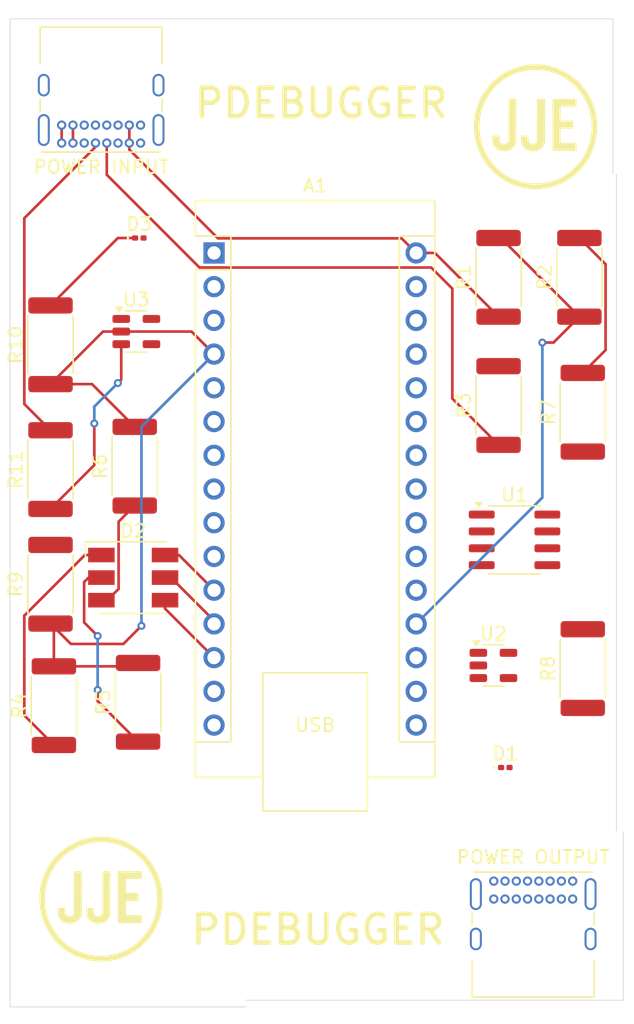
<source format=kicad_pcb>
(kicad_pcb (version 20240108) (generator "pcbnew") (generator_version "8.0")
  (layers (0 "F.Cu" signal) (31 "B.Cu" signal) (34 "B.Paste" user) (35 "F.Paste" user) (36 "B.SilkS" user "B.Silkscreen") (37 "F.SilkS" user "F.Silkscreen") (38 "B.Mask" user) (39 "F.Mask" user) (44 "Edge.Cuts" user))
  (net 0 "")
  (net 7 "Net-(A1-D9)")
  (net 12 "Net-(D3-K)")
  (net 13 "Net-(A1-D8)")
  (net 16 "Net-(A1-D10)")
  (net 20 "Net-(A1-VIN)")
  (net 25 "Net-(A1-A1)")
  (net 27 "Net-(A1-A0)")
  (net 30 "Net-(D2-GK)")
  (net 31 "Net-(D2-RK)")
  (net 32 "Net-(D2-BK)")
  (net 33 "Net-(D3-A)")
  (net 36 "Net-(P1-D+)")
  (net 40 "Net-(P1-D-)")
  (net 46 "Net-(U1-GND)")
  (net 50 "Net-(D1-K)")
  (net 51 "Net-(D1-A)")
  (net 52 "Net-(U3-V+)")
  (net 53 "Net-(U2-+)")
  (net 54 "Net-(U3--)")
  (net 55 "Net-(U3-+)")
  (footprint "Package_TO_SOT_SMD:SOT-23-5" (layer "F.Cu") (at 144.1395 124.14)
    (property "Reference" "U2" (at 0 -2.4 0) (layer "F.SilkS"))
    (property "Value" "LM397")
    (pad "1" smd roundrect (at -1.1375 -0.95) (size 1.325 0.6) (layers "F.Cu" "F.Paste" "F.Mask") (net 27 "Net-(A1-A0)"))
    (pad "2" smd roundrect (at -1.1375 0) (size 1.325 0.6) (layers "F.Cu" "F.Paste" "F.Mask") (net 46 "Net-(U1-GND)"))
    (pad "3" smd roundrect (at -1.1375 0.95) (size 1.325 0.6) (layers "F.Cu" "F.Paste" "F.Mask") (net 53 "Net-(U2-+)"))
    (pad "4" smd roundrect (at 1.1375 0.95) (size 1.325 0.6) (layers "F.Cu" "F.Paste" "F.Mask") (net 51 "Net-(D1-A)"))
    (pad "5" smd roundrect (at 1.1375 -0.95) (size 1.325 0.6) (layers "F.Cu" "F.Paste" "F.Mask") (net 20 "Net-(A1-VIN)"))
  )
  (footprint "Connector_USB:USB_C_Receptacle_GCT_USB4085" (layer "F.Cu") (at 117.536 84.797 180)
    (property "Reference" "POWER INPUT" (at 2.975 -1.8 0) (layer "F.SilkS"))
    (property "Value" "USB_C_Plug_USB2.0")
    (pad "A1" thru_hole circle (at 0 0 180) (size 0.7 0.7) (drill 0.4) (layers "*.Cu" "*.Mask") (net 46 "Net-(U1-GND)"))
    (pad "A4" thru_hole circle (at 0.85 0 180) (size 0.7 0.7) (drill 0.4) (layers "*.Cu" "*.Mask") (net 20 "Net-(A1-VIN)"))
    (pad "A5" thru_hole circle (at 1.7 0 180) (size 0.7 0.7) (drill 0.4) (layers "*.Cu" "*.Mask"))
    (pad "A6" thru_hole circle (at 2.55 0 180) (size 0.7 0.7) (drill 0.4) (layers "*.Cu" "*.Mask") (net 36 "Net-(P1-D+)"))
    (pad "A7" thru_hole circle (at 3.4 0 180) (size 0.7 0.7) (drill 0.4) (layers "*.Cu" "*.Mask") (net 40 "Net-(P1-D-)"))
    (pad "A8" thru_hole circle (at 4.25 0 180) (size 0.7 0.7) (drill 0.4) (layers "*.Cu" "*.Mask"))
    (pad "A9" thru_hole circle (at 5.1 0 180) (size 0.7 0.7) (drill 0.4) (layers "*.Cu" "*.Mask") (net 20 "Net-(A1-VIN)"))
    (pad "A12" thru_hole circle (at 5.95 0 180) (size 0.7 0.7) (drill 0.4) (layers "*.Cu" "*.Mask") (net 46 "Net-(U1-GND)"))
    (pad "B1" thru_hole circle (at 5.95 1.35 180) (size 0.7 0.7) (drill 0.4) (layers "*.Cu" "*.Mask") (net 46 "Net-(U1-GND)"))
    (pad "B4" thru_hole circle (at 5.1 1.35 180) (size 0.7 0.7) (drill 0.4) (layers "*.Cu" "*.Mask") (net 20 "Net-(A1-VIN)"))
    (pad "B5" thru_hole circle (at 4.25 1.35 180) (size 0.7 0.7) (drill 0.4) (layers "*.Cu" "*.Mask"))
    (pad "B6" thru_hole circle (at 3.4 1.35 180) (size 0.7 0.7) (drill 0.4) (layers "*.Cu" "*.Mask"))
    (pad "B7" thru_hole circle (at 2.55 1.35 180) (size 0.7 0.7) (drill 0.4) (layers "*.Cu" "*.Mask"))
    (pad "B8" thru_hole circle (at 1.7 1.35 180) (size 0.7 0.7) (drill 0.4) (layers "*.Cu" "*.Mask"))
    (pad "B9" thru_hole circle (at 0.85 1.35 180) (size 0.7 0.7) (drill 0.4) (layers "*.Cu" "*.Mask") (net 20 "Net-(A1-VIN)"))
    (pad "B12" thru_hole circle (at 0 1.35 180) (size 0.7 0.7) (drill 0.4) (layers "*.Cu" "*.Mask") (net 46 "Net-(U1-GND)"))
    (pad "S1" thru_hole oval (at -1.35 0.98 180) (size 0.9 2.4) (drill oval 0.6 2.1) (layers "*.Cu" "*.Mask"))
    (pad "S1" thru_hole oval (at -1.35 4.36 180) (size 0.9 1.7) (drill oval 0.6 1.4) (layers "*.Cu" "*.Mask"))
    (pad "S1" thru_hole oval (at 7.3 0.98 180) (size 0.9 2.4) (drill oval 0.6 2.1) (layers "*.Cu" "*.Mask"))
    (pad "S1" thru_hole oval (at 7.3 4.36 180) (size 0.9 1.7) (drill oval 0.6 1.4) (layers "*.Cu" "*.Mask"))
  )
  (footprint "Resistor_SMD:R_2512_6332Metric" (layer "F.Cu") (at 110.744 118.0245 90)
    (property "Reference" "R9" (at 0 -2.62 90) (layer "F.SilkS"))
    (property "Value" "10k")
    (pad "1" smd roundrect (at -2.9625 0 90) (size 1.225 3.35) (layers "F.Cu" "F.Paste" "F.Mask") (roundrect_rratio 0.204082) (net 46 "Net-(U1-GND)"))
    (pad "2" smd roundrect (at 2.9625 0 90) (size 1.225 3.35) (layers "F.Cu" "F.Paste" "F.Mask") (roundrect_rratio 0.204082) (net 54 "Net-(U3--)"))
  )
  (footprint "Resistor_SMD:R_2512_6332Metric" (layer "F.Cu") (at 110.998 127.1685 90)
    (property "Reference" "R4" (at 0 -2.62 90) (layer "F.SilkS"))
    (property "Value" "220")
    (pad "1" smd roundrect (at -2.9625 0 90) (size 1.225 3.35) (layers "F.Cu" "F.Paste" "F.Mask") (roundrect_rratio 0.204082) (net 31 "Net-(D2-RK)"))
    (pad "2" smd roundrect (at 2.9625 0 90) (size 1.225 3.35) (layers "F.Cu" "F.Paste" "F.Mask") (roundrect_rratio 0.204082) (net 46 "Net-(U1-GND)"))
  )
  (footprint "Resistor_SMD:R_2512_6332Metric" (layer "F.Cu") (at 144.526 94.9105 90)
    (property "Reference" "R1" (at 0 -2.62 90) (layer "F.SilkS"))
    (property "Value" "10k")
    (pad "1" smd roundrect (at -2.9625 0 90) (size 1.225 3.35) (layers "F.Cu" "F.Paste" "F.Mask") (roundrect_rratio 0.204082) (net 20 "Net-(A1-VIN)"))
    (pad "2" smd roundrect (at 2.9625 0 90) (size 1.225 3.35) (layers "F.Cu" "F.Paste" "F.Mask") (roundrect_rratio 0.204082) (net 27 "Net-(A1-A0)"))
  )
  (footprint "Resistor_SMD:R_2512_6332Metric" (layer "F.Cu") (at 117.348 126.9145 90)
    (property "Reference" "R5" (at 0 -2.62 90) (layer "F.SilkS"))
    (property "Value" "220")
    (pad "1" smd roundrect (at -2.9625 0 90) (size 1.225 3.35) (layers "F.Cu" "F.Paste" "F.Mask") (roundrect_rratio 0.204082) (net 30 "Net-(D2-GK)"))
    (pad "2" smd roundrect (at 2.9625 0 90) (size 1.225 3.35) (layers "F.Cu" "F.Paste" "F.Mask") (roundrect_rratio 0.204082) (net 46 "Net-(U1-GND)"))
  )
  (footprint "Resistor_SMD:R_2512_6332Metric" (layer "F.Cu") (at 144.526 104.5625 90)
    (property "Reference" "R3" (at 0 -2.62 90) (layer "F.SilkS"))
    (property "Value" "100")
    (pad "1" smd roundrect (at -2.9625 0 90) (size 1.225 3.35) (layers "F.Cu" "F.Paste" "F.Mask") (roundrect_rratio 0.204082) (net 36 "Net-(P1-D+)"))
    (pad "2" smd roundrect (at 2.9625 0 90) (size 1.225 3.35) (layers "F.Cu" "F.Paste" "F.Mask") (roundrect_rratio 0.204082) (net 53 "Net-(U2-+)"))
  )
  (footprint "Resistor_SMD:R_2512_6332Metric" (layer "F.Cu") (at 110.744 109.3885 90)
    (property "Reference" "R11" (at 0 -2.62 90) (layer "F.SilkS"))
    (property "Value" "100")
    (pad "1" smd roundrect (at -2.9625 0 90) (size 1.225 3.35) (layers "F.Cu" "F.Paste" "F.Mask") (roundrect_rratio 0.204082) (net 55 "Net-(U3-+)"))
    (pad "2" smd roundrect (at 2.9625 0 90) (size 1.225 3.35) (layers "F.Cu" "F.Paste" "F.Mask") (roundrect_rratio 0.204082) (net 40 "Net-(P1-D-)"))
  )
  (footprint "Resistor_SMD:R_2512_6332Metric" (layer "F.Cu") (at 150.876 124.3745 90)
    (property "Reference" "R8" (at 0 -2.62 90) (layer "F.SilkS"))
    (property "Value" "10k")
    (pad "1" smd roundrect (at -2.9625 0 90) (size 1.225 3.35) (layers "F.Cu" "F.Paste" "F.Mask") (roundrect_rratio 0.204082) (net 54 "Net-(U3--)"))
    (pad "2" smd roundrect (at 2.9625 0 90) (size 1.225 3.35) (layers "F.Cu" "F.Paste" "F.Mask") (roundrect_rratio 0.204082) (net 52 "Net-(U3-V+)"))
  )
  (footprint "LED_SMD:LED_RGB_5050-6" (layer "F.Cu") (at 116.98 117.524)
    (property "Reference" "D2" (at 0 -3.5 180) (layer "F.SilkS"))
    (property "Value" "LED_RGB")
    (pad "1" smd rect (at -2.4 -1.7 90) (size 1.1 2) (layers "F.Cu" "F.Paste" "F.Mask") (net 31 "Net-(D2-RK)"))
    (pad "2" smd rect (at -2.4 0 90) (size 1.1 2) (layers "F.Cu" "F.Paste" "F.Mask") (net 30 "Net-(D2-GK)"))
    (pad "3" smd rect (at -2.4 1.7 90) (size 1.1 2) (layers "F.Cu" "F.Paste" "F.Mask") (net 32 "Net-(D2-BK)"))
    (pad "4" smd rect (at 2.4 1.7 90) (size 1.1 2) (layers "F.Cu" "F.Paste" "F.Mask") (net 16 "Net-(A1-D10)"))
    (pad "5" smd rect (at 2.4 0 90) (size 1.1 2) (layers "F.Cu" "F.Paste" "F.Mask") (net 7 "Net-(A1-D9)"))
    (pad "6" smd rect (at 2.4 -1.7 90) (size 1.1 2) (layers "F.Cu" "F.Paste" "F.Mask") (net 13 "Net-(A1-D8)"))
  )
  (footprint "Module:Arduino_Nano" (layer "F.Cu") (at 123.0745 93.072)
    (property "Reference" "A1" (at 7.62 -5.08 0) (layer "F.SilkS"))
    (property "Value" "Arduino_Nano_Every")
    (fp_text user "USB" (at 7.62 35.56 0) (layer "F.SilkS"))
    (pad "1" thru_hole rect (at 0 0) (size 1.6 1.6) (drill 1) (layers "*.Cu" "*.Mask"))
    (pad "2" thru_hole oval (at 0 2.54) (size 1.6 1.6) (drill 1) (layers "*.Cu" "*.Mask"))
    (pad "3" thru_hole oval (at 0 5.08) (size 1.6 1.6) (drill 1) (layers "*.Cu" "*.Mask"))
    (pad "4" thru_hole oval (at 0 7.62) (size 1.6 1.6) (drill 1) (layers "*.Cu" "*.Mask") (net 46 "Net-(U1-GND)"))
    (pad "5" thru_hole oval (at 0 10.16) (size 1.6 1.6) (drill 1) (layers "*.Cu" "*.Mask"))
    (pad "6" thru_hole oval (at 0 12.7) (size 1.6 1.6) (drill 1) (layers "*.Cu" "*.Mask"))
    (pad "7" thru_hole oval (at 0 15.24) (size 1.6 1.6) (drill 1) (layers "*.Cu" "*.Mask"))
    (pad "8" thru_hole oval (at 0 17.78) (size 1.6 1.6) (drill 1) (layers "*.Cu" "*.Mask"))
    (pad "9" thru_hole oval (at 0 20.32) (size 1.6 1.6) (drill 1) (layers "*.Cu" "*.Mask"))
    (pad "10" thru_hole oval (at 0 22.86) (size 1.6 1.6) (drill 1) (layers "*.Cu" "*.Mask"))
    (pad "11" thru_hole oval (at 0 25.4) (size 1.6 1.6) (drill 1) (layers "*.Cu" "*.Mask") (net 13 "Net-(A1-D8)"))
    (pad "12" thru_hole oval (at 0 27.94) (size 1.6 1.6) (drill 1) (layers "*.Cu" "*.Mask") (net 7 "Net-(A1-D9)"))
    (pad "13" thru_hole oval (at 0 30.48) (size 1.6 1.6) (drill 1) (layers "*.Cu" "*.Mask") (net 16 "Net-(A1-D10)"))
    (pad "14" thru_hole oval (at 0 33.02) (size 1.6 1.6) (drill 1) (layers "*.Cu" "*.Mask"))
    (pad "15" thru_hole oval (at 0 35.56) (size 1.6 1.6) (drill 1) (layers "*.Cu" "*.Mask"))
    (pad "16" thru_hole oval (at 15.24 35.56) (size 1.6 1.6) (drill 1) (layers "*.Cu" "*.Mask"))
    (pad "17" thru_hole oval (at 15.24 33.02) (size 1.6 1.6) (drill 1) (layers "*.Cu" "*.Mask"))
    (pad "18" thru_hole oval (at 15.24 30.48) (size 1.6 1.6) (drill 1) (layers "*.Cu" "*.Mask"))
    (pad "19" thru_hole oval (at 15.24 27.94) (size 1.6 1.6) (drill 1) (layers "*.Cu" "*.Mask") (net 27 "Net-(A1-A0)"))
    (pad "20" thru_hole oval (at 15.24 25.4) (size 1.6 1.6) (drill 1) (layers "*.Cu" "*.Mask") (net 25 "Net-(A1-A1)"))
    (pad "21" thru_hole oval (at 15.24 22.86) (size 1.6 1.6) (drill 1) (layers "*.Cu" "*.Mask"))
    (pad "22" thru_hole oval (at 15.24 20.32) (size 1.6 1.6) (drill 1) (layers "*.Cu" "*.Mask"))
    (pad "23" thru_hole oval (at 15.24 17.78) (size 1.6 1.6) (drill 1) (layers "*.Cu" "*.Mask"))
    (pad "24" thru_hole oval (at 15.24 15.24) (size 1.6 1.6) (drill 1) (layers "*.Cu" "*.Mask"))
    (pad "25" thru_hole oval (at 15.24 12.7) (size 1.6 1.6) (drill 1) (layers "*.Cu" "*.Mask"))
    (pad "26" thru_hole oval (at 15.24 10.16) (size 1.6 1.6) (drill 1) (layers "*.Cu" "*.Mask"))
    (pad "27" thru_hole oval (at 15.24 7.62) (size 1.6 1.6) (drill 1) (layers "*.Cu" "*.Mask"))
    (pad "28" thru_hole oval (at 15.24 5.08) (size 1.6 1.6) (drill 1) (layers "*.Cu" "*.Mask"))
    (pad "29" thru_hole oval (at 15.24 2.54) (size 1.6 1.6) (drill 1) (layers "*.Cu" "*.Mask") (net 46 "Net-(U1-GND)"))
    (pad "30" thru_hole oval (at 15.24 0) (size 1.6 1.6) (drill 1) (layers "*.Cu" "*.Mask") (net 20 "Net-(A1-VIN)"))
  )
  (footprint "LED_SMD:LED_0201_0603Metric" (layer "F.Cu") (at 145.034 131.826)
    (property "Reference" "D1" (at 0 -1.05 0) (layer "F.SilkS"))
    (property "Value" "LED")
    (pad "1" smd roundrect (at -0.32 0) (size 0.46 0.4) (layers "F.Cu" "F.Mask") (net 50 "Net-(D1-K)"))
    (pad "2" smd roundrect (at 0.32 0) (size 0.46 0.4) (layers "F.Cu" "F.Mask") (net 51 "Net-(D1-A)"))
  )
  (footprint "Resistor_SMD:R_2512_6332Metric" (layer "F.Cu") (at 110.744 99.9905 90)
    (property "Reference" "R10" (at 0 -2.62 90) (layer "F.SilkS"))
    (property "Value" "220")
    (pad "1" smd roundrect (at -2.9625 0 90) (size 1.225 3.35) (layers "F.Cu" "F.Paste" "F.Mask") (roundrect_rratio 0.204082) (net 46 "Net-(U1-GND)"))
    (pad "2" smd roundrect (at 2.9625 0 90) (size 1.225 3.35) (layers "F.Cu" "F.Paste" "F.Mask") (roundrect_rratio 0.204082) (net 12 "Net-(D3-K)"))
  )
  (footprint "Package_SO:SOIC-8_3.9x4.9mm_P1.27mm" (layer "F.Cu") (at 145.731 114.681)
    (property "Reference" "U1" (at 0 -3.4 0) (layer "F.SilkS"))
    (property "Value" "ACS712xLCTR-05B")
    (pad "1" smd roundrect (at -2.475 -1.905) (size 1.95 0.6) (layers "F.Cu" "F.Paste" "F.Mask") (net 20 "Net-(A1-VIN)"))
    (pad "2" smd roundrect (at -2.475 -0.635) (size 1.95 0.6) (layers "F.Cu" "F.Paste" "F.Mask") (net 20 "Net-(A1-VIN)"))
    (pad "3" smd roundrect (at -2.475 0.635) (size 1.95 0.6) (layers "F.Cu" "F.Paste" "F.Mask") (net 52 "Net-(U3-V+)"))
    (pad "4" smd roundrect (at -2.475 1.905) (size 1.95 0.6) (layers "F.Cu" "F.Paste" "F.Mask") (net 52 "Net-(U3-V+)"))
    (pad "5" smd roundrect (at 2.475 1.905) (size 1.95 0.6) (layers "F.Cu" "F.Paste" "F.Mask") (net 46 "Net-(U1-GND)"))
    (pad "6" smd roundrect (at 2.475 0.635) (size 1.95 0.6) (layers "F.Cu" "F.Paste" "F.Mask"))
    (pad "7" smd roundrect (at 2.475 -0.635) (size 1.95 0.6) (layers "F.Cu" "F.Paste" "F.Mask") (net 25 "Net-(A1-A1)"))
    (pad "8" smd roundrect (at 2.475 -1.905) (size 1.95 0.6) (layers "F.Cu" "F.Paste" "F.Mask") (net 20 "Net-(A1-VIN)"))
  )
  (footprint "LED_SMD:LED_0201_0603Metric" (layer "F.Cu") (at 117.439 91.948)
    (property "Reference" "D3" (at 0 -1.05 0) (layer "F.SilkS"))
    (property "Value" "LED")
    (pad "1" smd roundrect (at -0.32 0) (size 0.46 0.4) (layers "F.Cu" "F.Mask") (net 12 "Net-(D3-K)"))
    (pad "2" smd roundrect (at 0.32 0) (size 0.46 0.4) (layers "F.Cu" "F.Mask") (net 33 "Net-(D3-A)"))
  )
  (footprint "Package_TO_SOT_SMD:SOT-23-5" (layer "F.Cu") (at 117.2155 98.994)
    (property "Reference" "U3" (at 0 -2.4 0) (layer "F.SilkS"))
    (property "Value" "LM397")
    (pad "1" smd roundrect (at -1.1375 -0.95) (size 1.325 0.6) (layers "F.Cu" "F.Paste" "F.Mask") (net 54 "Net-(U3--)"))
    (pad "2" smd roundrect (at -1.1375 0) (size 1.325 0.6) (layers "F.Cu" "F.Paste" "F.Mask") (net 46 "Net-(U1-GND)"))
    (pad "3" smd roundrect (at -1.1375 0.95) (size 1.325 0.6) (layers "F.Cu" "F.Paste" "F.Mask") (net 55 "Net-(U3-+)"))
    (pad "4" smd roundrect (at 1.1375 0.95) (size 1.325 0.6) (layers "F.Cu" "F.Paste" "F.Mask") (net 33 "Net-(D3-A)"))
    (pad "5" smd roundrect (at 1.1375 -0.95) (size 1.325 0.6) (layers "F.Cu" "F.Paste" "F.Mask") (net 52 "Net-(U3-V+)"))
  )
  (footprint "Resistor_SMD:R_2512_6332Metric" (layer "F.Cu") (at 117.094 109.1345 90)
    (property "Reference" "R6" (at 0 -2.62 90) (layer "F.SilkS"))
    (property "Value" "220")
    (pad "1" smd roundrect (at -2.9625 0 90) (size 1.225 3.35) (layers "F.Cu" "F.Paste" "F.Mask") (roundrect_rratio 0.204082) (net 32 "Net-(D2-BK)"))
    (pad "2" smd roundrect (at 2.9625 0 90) (size 1.225 3.35) (layers "F.Cu" "F.Paste" "F.Mask") (roundrect_rratio 0.204082) (net 46 "Net-(U1-GND)"))
  )
  (footprint "Connector_USB:USB_C_Receptacle_GCT_USB4085" (layer "F.Cu") (at 144.164 140.382)
    (property "Reference" "POWER OUTPUT" (at 2.975 -1.8 0) (layer "F.SilkS"))
    (property "Value" "USB_C_Plug_USB2.0")
    (pad "A1" thru_hole circle (at 0 0) (size 0.7 0.7) (drill 0.4) (layers "*.Cu" "*.Mask") (net 46 "Net-(U1-GND)"))
    (pad "A4" thru_hole circle (at 0.85 0) (size 0.7 0.7) (drill 0.4) (layers "*.Cu" "*.Mask") (net 52 "Net-(U3-V+)"))
    (pad "A5" thru_hole circle (at 1.7 0) (size 0.7 0.7) (drill 0.4) (layers "*.Cu" "*.Mask"))
    (pad "A6" thru_hole circle (at 2.55 0) (size 0.7 0.7) (drill 0.4) (layers "*.Cu" "*.Mask") (net 36 "Net-(P1-D+)"))
    (pad "A7" thru_hole circle (at 3.4 0) (size 0.7 0.7) (drill 0.4) (layers "*.Cu" "*.Mask") (net 40 "Net-(P1-D-)"))
    (pad "A8" thru_hole circle (at 4.25 0) (size 0.7 0.7) (drill 0.4) (layers "*.Cu" "*.Mask"))
    (pad "A9" thru_hole circle (at 5.1 0) (size 0.7 0.7) (drill 0.4) (layers "*.Cu" "*.Mask") (net 52 "Net-(U3-V+)"))
    (pad "A12" thru_hole circle (at 5.95 0) (size 0.7 0.7) (drill 0.4) (layers "*.Cu" "*.Mask") (net 46 "Net-(U1-GND)"))
    (pad "B1" thru_hole circle (at 5.95 1.35) (size 0.7 0.7) (drill 0.4) (layers "*.Cu" "*.Mask") (net 46 "Net-(U1-GND)"))
    (pad "B4" thru_hole circle (at 5.1 1.35) (size 0.7 0.7) (drill 0.4) (layers "*.Cu" "*.Mask") (net 52 "Net-(U3-V+)"))
    (pad "B5" thru_hole circle (at 4.25 1.35) (size 0.7 0.7) (drill 0.4) (layers "*.Cu" "*.Mask"))
    (pad "B6" thru_hole circle (at 3.4 1.35) (size 0.7 0.7) (drill 0.4) (layers "*.Cu" "*.Mask"))
    (pad "B7" thru_hole circle (at 2.55 1.35) (size 0.7 0.7) (drill 0.4) (layers "*.Cu" "*.Mask"))
    (pad "B8" thru_hole circle (at 1.7 1.35) (size 0.7 0.7) (drill 0.4) (layers "*.Cu" "*.Mask"))
    (pad "B9" thru_hole circle (at 0.85 1.35) (size 0.7 0.7) (drill 0.4) (layers "*.Cu" "*.Mask") (net 52 "Net-(U3-V+)"))
    (pad "B12" thru_hole circle (at 0 1.35) (size 0.7 0.7) (drill 0.4) (layers "*.Cu" "*.Mask") (net 46 "Net-(U1-GND)"))
    (pad "S1" thru_hole oval (at -1.35 0.98) (size 0.9 2.4) (drill oval 0.6 2.1) (layers "*.Cu" "*.Mask"))
    (pad "S1" thru_hole oval (at -1.35 4.36) (size 0.9 1.7) (drill oval 0.6 1.4) (layers "*.Cu" "*.Mask"))
    (pad "S1" thru_hole oval (at 7.3 0.98) (size 0.9 2.4) (drill oval 0.6 2.1) (layers "*.Cu" "*.Mask"))
    (pad "S1" thru_hole oval (at 7.3 4.36) (size 0.9 1.7) (drill oval 0.6 1.4) (layers "*.Cu" "*.Mask"))
  )
  (footprint "LOGO" (layer "F.Cu") (at 114.554 141.732)
    (property "Reference" "G***" (hide yes))
    (property "Value" "LOGO" (hide yes))
  )
  (footprint "Resistor_SMD:R_2512_6332Metric" (layer "F.Cu") (at 150.622 94.9105 90)
    (property "Reference" "R2" (at 0 -2.62 90) (layer "F.SilkS"))
    (property "Value" "10k")
    (pad "1" smd roundrect (at -2.9625 0 90) (size 1.225 3.35) (layers "F.Cu" "F.Paste" "F.Mask") (roundrect_rratio 0.204082) (net 27 "Net-(A1-A0)"))
    (pad "2" smd roundrect (at 2.9625 0 90) (size 1.225 3.35) (layers "F.Cu" "F.Paste" "F.Mask") (roundrect_rratio 0.204082) (net 46 "Net-(U1-GND)"))
  )
  (footprint "LOGO" (layer "F.Cu") (at 147.32 83.566)
    (property "Reference" "G***" (hide yes))
    (property "Value" "LOGO" (hide yes))
  )
  (footprint "Resistor_SMD:R_2512_6332Metric" (layer "F.Cu") (at 150.876 105.0705 90)
    (property "Reference" "R7" (at 0 -2.62 90) (layer "F.SilkS"))
    (property "Value" "220")
    (pad "1" smd roundrect (at -2.9625 0 90) (size 1.225 3.35) (layers "F.Cu" "F.Paste" "F.Mask") (roundrect_rratio 0.204082) (net 50 "Net-(D1-K)"))
    (pad "2" smd roundrect (at 2.9625 0 90) (size 1.225 3.35) (layers "F.Cu" "F.Paste" "F.Mask") (roundrect_rratio 0.204082) (net 46 "Net-(U1-GND)"))
  )
  (gr_line (start 107.696 75.438) (end 153.162 75.438) (stroke (width 0.05)) (layer "Edge.Cuts"))
  (gr_line (start 107.696 87.63) (end 107.696 75.438) (stroke (width 0.05)) (layer "Edge.Cuts"))
  (gr_line (start 153.416 87.122) (end 153.416 136.652) (stroke (width 0.05)) (layer "Edge.Cuts"))
  (gr_line (start 138.684 149.352) (end 125.476 149.352) (stroke (width 0.05)) (layer "Edge.Cuts"))
  (gr_line (start 107.696 136.652) (end 107.696 87.63) (stroke (width 0.05)) (layer "Edge.Cuts"))
  (gr_line (start 107.696 149.86) (end 125.476 149.86) (stroke (width 0.05)) (layer "Edge.Cuts"))
  (gr_line (start 153.162 75.438) (end 153.162 87.122) (stroke (width 0.05)) (layer "Edge.Cuts"))
  (gr_line (start 153.924 149.352) (end 153.924 136.652) (stroke (width 0.05)) (layer "Edge.Cuts"))
  (gr_line (start 107.696 136.652) (end 107.696 149.86) (stroke (width 0.05)) (layer "Edge.Cuts"))
  (gr_line (start 138.684 149.352) (end 153.924 149.352) (stroke (width 0.05)) (layer "Edge.Cuts"))
  (gr_text "PDEBUGGER" (at 121.412 83.058 0) (layer "F.SilkS") (effects (font (size 2.15 2.15) (thickness 0.35)) (justify left bottom)))
  (gr_text "PDEBUGGER" (at 121.158 145.288 0) (layer "F.SilkS") (effects (font (size 2.15 2.15) (thickness 0.35)) (justify left bottom)))
  (segment (start 119.38 117.524) (end 119.83 117.524) (width 0.2) (layer "F.Cu") (net 7))
  (segment (start 123.0745 120.7685) (end 123.0745 121.012) (width 0.2) (layer "F.Cu") (net 7))
  (segment (start 119.83 117.524) (end 123.0745 120.7685) (width 0.2) (layer "F.Cu") (net 7))
  (segment (start 115.824 91.948) (end 117.119 91.948) (width 0.2) (layer "F.Cu") (net 12))
  (segment (start 110.744 97.028) (end 115.824 91.948) (width 0.2) (layer "F.Cu") (net 12))
  (segment (start 120.4265 115.824) (end 123.0745 118.472) (width 0.2) (layer "F.Cu") (net 13))
  (segment (start 119.38 115.824) (end 120.4265 115.824) (width 0.2) (layer "F.Cu") (net 13))
  (segment (start 119.38 119.224) (end 119.38 119.8575) (width 0.2) (layer "F.Cu") (net 16))
  (segment (start 119.38 119.8575) (end 123.0745 123.552) (width 0.2) (layer "F.Cu") (net 16))
  (segment (start 138.3145 93.072) (end 139.725 93.072) (width 0.2) (layer "F.Cu") (net 20))
  (segment (start 116.686 84.797) (end 116.686 85.291974) (width 0.2) (layer "F.Cu") (net 20))
  (segment (start 139.725 93.072) (end 144.526 97.873) (width 0.2) (layer "F.Cu") (net 20))
  (segment (start 112.436 83.447) (end 112.436 84.797) (width 0.2) (layer "F.Cu") (net 20))
  (segment (start 116.686 85.291974) (end 123.366026 91.972) (width 0.2) (layer "F.Cu") (net 20))
  (segment (start 116.686 83.447) (end 116.686 84.797) (width 0.2) (layer "F.Cu") (net 20))
  (segment (start 123.366026 91.972) (end 137.2145 91.972) (width 0.2) (layer "F.Cu") (net 20))
  (segment (start 137.2145 91.972) (end 138.3145 93.072) (width 0.2) (layer "F.Cu") (net 20))
  (segment (start 148.673 99.822) (end 147.828 99.822) (width 0.2) (layer "F.Cu") (net 27))
  (segment (start 144.697 91.948) (end 144.526 91.948) (width 0.2) (layer "F.Cu") (net 27))
  (segment (start 150.622 97.873) (end 148.673 99.822) (width 0.2) (layer "F.Cu") (net 27))
  (segment (start 150.622 97.873) (end 144.697 91.948) (width 0.2) (layer "F.Cu") (net 27))
  (via (at 147.828 99.822) (size 0.6) (drill 0.3) (layers "F.Cu" "B.Cu") (net 27))
  (segment (start 147.828 111.4985) (end 138.3145 121.012) (width 0.2) (layer "B.Cu") (net 27))
  (segment (start 147.828 99.822) (end 147.828 111.4985) (width 0.2) (layer "B.Cu") (net 27))
  (segment (start 113.28 117.86) (end 113.616 117.524) (width 0.2) (layer "F.Cu") (net 30))
  (segment (start 114.3 126.829) (end 114.3 125.984) (width 0.2) (layer "F.Cu") (net 30))
  (segment (start 113.616 117.524) (end 114.58 117.524) (width 0.2) (layer "F.Cu") (net 30))
  (segment (start 114.3 121.92) (end 113.28 120.9) (width 0.2) (layer "F.Cu") (net 30))
  (segment (start 117.348 129.877) (end 114.3 126.829) (width 0.2) (layer "F.Cu") (net 30))
  (segment (start 113.28 120.9) (end 113.28 117.86) (width 0.2) (layer "F.Cu") (net 30))
  (via (at 114.3 121.92) (size 0.6) (drill 0.3) (layers "F.Cu" "B.Cu") (net 30))
  (via (at 114.3 125.984) (size 0.6) (drill 0.3) (layers "F.Cu" "B.Cu") (net 30))
  (segment (start 114.3 125.984) (end 114.3 121.92) (width 0.2) (layer "B.Cu") (net 30))
  (segment (start 114.58 115.824) (end 113.334756 115.824) (width 0.2) (layer "F.Cu") (net 31))
  (segment (start 108.769 127.902) (end 110.998 130.131) (width 0.2) (layer "F.Cu") (net 31))
  (segment (start 108.769 120.389756) (end 108.769 127.902) (width 0.2) (layer "F.Cu") (net 31))
  (segment (start 113.334756 115.824) (end 108.769 120.389756) (width 0.2) (layer "F.Cu") (net 31))
  (segment (start 115.88 113.311) (end 115.88 118.374) (width 0.2) (layer "F.Cu") (net 32))
  (segment (start 115.88 118.374) (end 115.03 119.224) (width 0.2) (layer "F.Cu") (net 32))
  (segment (start 115.03 119.224) (end 114.58 119.224) (width 0.2) (layer "F.Cu") (net 32))
  (segment (start 117.094 112.097) (end 115.88 113.311) (width 0.2) (layer "F.Cu") (net 32))
  (segment (start 114.986 87.1835) (end 114.986 84.797) (width 0.2) (layer "F.Cu") (net 36))
  (segment (start 144.526 107.525) (end 141.041256 104.040256) (width 0.2) (layer "F.Cu") (net 36))
  (segment (start 141.041256 104.040256) (end 141.041256 95.766012) (width 0.2) (layer "F.Cu") (net 36))
  (segment (start 121.9745 94.172) (end 114.986 87.1835) (width 0.2) (layer "F.Cu") (net 36))
  (segment (start 139.447244 94.172) (end 121.9745 94.172) (width 0.2) (layer "F.Cu") (net 36))
  (segment (start 141.041256 95.766012) (end 139.447244 94.172) (width 0.2) (layer "F.Cu") (net 36))
  (segment (start 108.769 90.457) (end 114.136 85.09) (width 0.2) (layer "F.Cu") (net 40))
  (segment (start 108.769 104.451) (end 108.769 90.457) (width 0.2) (layer "F.Cu") (net 40))
  (segment (start 110.744 106.426) (end 108.769 104.451) (width 0.2) (layer "F.Cu") (net 40))
  (segment (start 114.136 85.09) (end 114.136 84.797) (width 0.2) (layer "F.Cu") (net 40))
  (segment (start 117.094 106.172) (end 117.348 105.918) (width 0.2) (layer "F.Cu") (net 46))
  (segment (start 110.744 102.953) (end 114.703 98.994) (width 0.2) (layer "F.Cu") (net 46))
  (segment (start 110.744 120.987) (end 110.744 121.158) (width 0.2) (layer "F.Cu") (net 46))
  (segment (start 114.703 98.994) (end 116.078 98.994) (width 0.2) (layer "F.Cu") (net 46))
  (segment (start 116.078 98.994) (end 121.3765 98.994) (width 0.2) (layer "F.Cu") (net 46))
  (segment (start 111.586 83.447) (end 111.586 84.797) (width 0.2) (layer "F.Cu") (net 46))
  (segment (start 110.744 120.987) (end 112.277 122.52) (width 0.2) (layer "F.Cu") (net 46))
  (segment (start 150.622 91.948) (end 152.597 93.923) (width 0.2) (layer "F.Cu") (net 46))
  (segment (start 112.277 122.52) (end 116.24 122.52) (width 0.2) (layer "F.Cu") (net 46))
  (segment (start 117.8485 105.918) (end 123.0745 100.692) (width 0.2) (layer "F.Cu") (net 46))
  (segment (start 110.744 121.158) (end 110.998 121.412) (width 0.2) (layer "F.Cu") (net 46))
  (segment (start 116.24 122.52) (end 117.602 121.158) (width 0.2) (layer "F.Cu") (net 46))
  (segment (start 110.998 121.412) (end 110.998 124.206) (width 0.2) (layer "F.Cu") (net 46))
  (segment (start 121.3765 98.994) (end 123.0745 100.692) (width 0.2) (layer "F.Cu") (net 46))
  (segment (start 113.875 102.953) (end 110.744 102.953) (width 0.2) (layer "F.Cu") (net 46))
  (segment (start 117.094 124.206) (end 117.348 123.952) (width 0.2) (layer "F.Cu") (net 46))
  (segment (start 117.348 105.918) (end 117.8485 105.918) (width 0.2) (layer "F.Cu") (net 46))
  (segment (start 152.597 100.387) (end 150.876 102.108) (width 0.2) (layer "F.Cu") (net 46))
  (segment (start 110.998 124.206) (end 117.094 124.206) (width 0.2) (layer "F.Cu") (net 46))
  (segment (start 152.597 93.923) (end 152.597 100.387) (width 0.2) (layer "F.Cu") (net 46))
  (segment (start 117.094 106.172) (end 113.875 102.953) (width 0.2) (layer "F.Cu") (net 46))
  (via (at 117.602 121.158) (size 0.6) (drill 0.3) (layers "F.Cu" "B.Cu") (net 46))
  (segment (start 117.602 121.158) (end 117.602 106.1645) (width 0.2) (layer "B.Cu") (net 46))
  (segment (start 117.602 106.1645) (end 123.0745 100.692) (width 0.2) (layer "B.Cu") (net 46))
  (segment (start 116.078 102.616) (end 116.078 99.944) (width 0.2) (layer "F.Cu") (net 55))
  (segment (start 110.744 112.351) (end 114.046 109.049) (width 0.2) (layer "F.Cu") (net 55))
  (segment (start 115.824 102.87) (end 116.078 102.616) (width 0.2) (layer "F.Cu") (net 55))
  (segment (start 114.046 109.049) (end 114.046 105.918) (width 0.2) (layer "F.Cu") (net 55))
  (via (at 114.046 105.918) (size 0.6) (drill 0.3) (layers "F.Cu" "B.Cu") (net 55))
  (via (at 115.824 102.87) (size 0.6) (drill 0.3) (layers "F.Cu" "B.Cu") (net 55))
  (segment (start 114.046 104.648) (end 115.824 102.87) (width 0.2) (layer "B.Cu") (net 55))
  (segment (start 114.046 105.918) (end 114.046 104.648) (width 0.2) (layer "B.Cu") (net 55))
)
</source>
